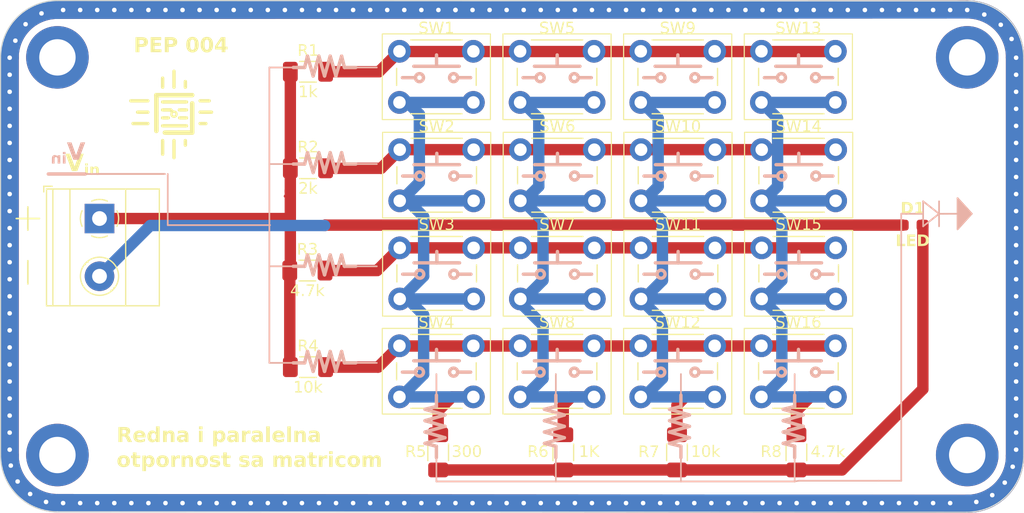
<source format=kicad_pcb>
(kicad_pcb (version 20240108) (generator "pcbnew") (generator_version "8.0")
  (layers (0 "F.Cu" signal) (31 "B.Cu" signal) (34 "B.Paste" user) (35 "F.Paste" user) (36 "B.SilkS" user "B.Silkscreen") (37 "F.SilkS" user "F.Silkscreen") (38 "B.Mask" user) (39 "F.Mask" user) (44 "Edge.Cuts" user))
  (net 0 "")
  (net 1 "0")
  (net 2 "9V")
  (footprint "PEP_library:SW_PUSH_6mm_H4.3mm" (layer "F.Cu") (at 163.565 67.805)
    (property "Reference" "SW9" (at -0.02 -4.34 0) (layer "F.SilkS") (effects (font (thickness 0.125))))
    (property "Value" "SW_Push")
    (pad "1" thru_hole circle (at -3.27 -2.34 90) (size 2 2) (drill 1.1) (layers "*.Cu" "*.Mask"))
    (pad "1" thru_hole circle (at 3.23 -2.34 90) (size 2 2) (drill 1.1) (layers "*.Cu" "*.Mask"))
    (pad "2" thru_hole circle (at -3.27 2.16 90) (size 2 2) (drill 1.1) (layers "*.Cu" "*.Mask"))
    (pad "2" thru_hole circle (at 3.23 2.16 90) (size 2 2) (drill 1.1) (layers "*.Cu" "*.Mask"))
  )
  (footprint "PEP_library:R_smd" (layer "F.Cu") (at 130.98 84.765)
    (property "Reference" "R3" (at 0 -1.82 0) (layer "F.SilkS"))
    (property "Value" "4.7k" (at 0 1.82 0) (layer "F.SilkS"))
    (pad "1" smd roundrect (at -1.55 0) (size 1.3 1.75) (layers "F.Cu" "F.Paste" "F.Mask") (roundrect_rratio 0.192308) (net 2 "9V"))
    (pad "2" smd roundrect (at 1.55 0) (size 1.3 1.75) (layers "F.Cu" "F.Paste" "F.Mask") (roundrect_rratio 0.192308))
  )
  (footprint "PEP_library:R_silk_symbol" (layer "F.Cu") (at 152.825 103.4775 180)
    (property "Reference" "REF**" (hide yes))
    (property "Value" "R_silk_symbol")
  )
  (footprint "PEP_library:SW_PUSH_6mm_H4.3mm" (layer "F.Cu") (at 163.59 76.465)
    (property "Reference" "SW10" (at -0.02 -4.34 0) (layer "F.SilkS") (effects (font (thickness 0.125))))
    (property "Value" "SW_Push")
    (pad "1" thru_hole circle (at -3.27 -2.34 90) (size 2 2) (drill 1.1) (layers "*.Cu" "*.Mask"))
    (pad "1" thru_hole circle (at 3.23 -2.34 90) (size 2 2) (drill 1.1) (layers "*.Cu" "*.Mask"))
    (pad "2" thru_hole circle (at -3.27 2.16 90) (size 2 2) (drill 1.1) (layers "*.Cu" "*.Mask"))
    (pad "2" thru_hole circle (at 3.23 2.16 90) (size 2 2) (drill 1.1) (layers "*.Cu" "*.Mask"))
  )
  (footprint "PEP_library:SW_PUSH_6mm_H4.3mm" (layer "F.Cu") (at 142.37 76.465)
    (property "Reference" "SW2" (at -0.02 -4.34 0) (layer "F.SilkS") (effects (font (thickness 0.125))))
    (property "Value" "SW_Push")
    (pad "1" thru_hole circle (at -3.27 -2.34 90) (size 2 2) (drill 1.1) (layers "*.Cu" "*.Mask"))
    (pad "1" thru_hole circle (at 3.23 -2.34 90) (size 2 2) (drill 1.1) (layers "*.Cu" "*.Mask"))
    (pad "2" thru_hole circle (at -3.27 2.16 90) (size 2 2) (drill 1.1) (layers "*.Cu" "*.Mask"))
    (pad "2" thru_hole circle (at 3.23 2.16 90) (size 2 2) (drill 1.1) (layers "*.Cu" "*.Mask"))
  )
  (footprint "PEP_library:SW_PUSH_6mm_H4.3mm" (layer "F.Cu") (at 152.955 67.805)
    (property "Reference" "SW5" (at -0.02 -4.34 0) (layer "F.SilkS") (effects (font (thickness 0.125))))
    (property "Value" "SW_Push")
    (pad "1" thru_hole circle (at -3.27 -2.34 90) (size 2 2) (drill 1.1) (layers "*.Cu" "*.Mask"))
    (pad "1" thru_hole circle (at 3.23 -2.34 90) (size 2 2) (drill 1.1) (layers "*.Cu" "*.Mask"))
    (pad "2" thru_hole circle (at -3.27 2.16 90) (size 2 2) (drill 1.1) (layers "*.Cu" "*.Mask"))
    (pad "2" thru_hole circle (at 3.23 2.16 90) (size 2 2) (drill 1.1) (layers "*.Cu" "*.Mask"))
  )
  (footprint "PEP_library:SW_PUSH_6mm_H4.3mm" (layer "F.Cu") (at 152.955 93.725)
    (property "Reference" "SW8" (at -0.02 -4.34 0) (layer "F.SilkS") (effects (font (thickness 0.125))))
    (property "Value" "SW_Push")
    (pad "1" thru_hole circle (at -3.27 -2.34 90) (size 2 2) (drill 1.1) (layers "*.Cu" "*.Mask"))
    (pad "1" thru_hole circle (at 3.23 -2.34 90) (size 2 2) (drill 1.1) (layers "*.Cu" "*.Mask"))
    (pad "2" thru_hole circle (at -3.27 2.16 90) (size 2 2) (drill 1.1) (layers "*.Cu" "*.Mask"))
    (pad "2" thru_hole circle (at 3.23 2.16 90) (size 2 2) (drill 1.1) (layers "*.Cu" "*.Mask"))
  )
  (footprint "PEP_library:R_silk_symbol" (layer "F.Cu") (at 127.4875 66.89 90)
    (property "Reference" "REF**" (hide yes))
    (property "Value" "R_silk_symbol")
  )
  (footprint "PEP_library:SW_PUSH_6mm_H4.3mm" (layer "F.Cu") (at 142.345 93.725)
    (property "Reference" "SW4" (at -0.02 -4.34 0) (layer "F.SilkS") (effects (font (thickness 0.125))))
    (property "Value" "SW_Push")
    (pad "1" thru_hole circle (at -3.27 -2.34 90) (size 2 2) (drill 1.1) (layers "*.Cu" "*.Mask"))
    (pad "1" thru_hole circle (at 3.23 -2.34 90) (size 2 2) (drill 1.1) (layers "*.Cu" "*.Mask"))
    (pad "2" thru_hole circle (at -3.27 2.16 90) (size 2 2) (drill 1.1) (layers "*.Cu" "*.Mask"))
    (pad "2" thru_hole circle (at 3.23 2.16 90) (size 2 2) (drill 1.1) (layers "*.Cu" "*.Mask"))
  )
  (footprint "PEP_library:SW_PUSH_6mm_H4.3mm" (layer "F.Cu") (at 152.98 85.105)
    (property "Reference" "SW7" (at -0.02 -4.34 0) (layer "F.SilkS") (effects (font (thickness 0.125))))
    (property "Value" "SW_Push")
    (pad "1" thru_hole circle (at -3.27 -2.34 90) (size 2 2) (drill 1.1) (layers "*.Cu" "*.Mask"))
    (pad "1" thru_hole circle (at 3.23 -2.34 90) (size 2 2) (drill 1.1) (layers "*.Cu" "*.Mask"))
    (pad "2" thru_hole circle (at -3.27 2.16 90) (size 2 2) (drill 1.1) (layers "*.Cu" "*.Mask"))
    (pad "2" thru_hole circle (at 3.23 2.16 90) (size 2 2) (drill 1.1) (layers "*.Cu" "*.Mask"))
  )
  (footprint "PEP_library:SW_PUSH_6mm_H4.3mm" (layer "F.Cu") (at 142.345 67.805)
    (property "Reference" "SW1" (at -0.02 -4.34 0) (layer "F.SilkS") (effects (font (thickness 0.125))))
    (property "Value" "SW_Push")
    (pad "1" thru_hole circle (at -3.27 -2.34 90) (size 2 2) (drill 1.1) (layers "*.Cu" "*.Mask"))
    (pad "1" thru_hole circle (at 3.23 -2.34 90) (size 2 2) (drill 1.1) (layers "*.Cu" "*.Mask"))
    (pad "2" thru_hole circle (at -3.27 2.16 90) (size 2 2) (drill 1.1) (layers "*.Cu" "*.Mask"))
    (pad "2" thru_hole circle (at 3.23 2.16 90) (size 2 2) (drill 1.1) (layers "*.Cu" "*.Mask"))
  )
  (footprint "PEP_library:SW_PUSH_6mm_H4.3mm" (layer "F.Cu") (at 152.98 76.465)
    (property "Reference" "SW6" (at -0.02 -4.34 0) (layer "F.SilkS") (effects (font (thickness 0.125))))
    (property "Value" "SW_Push")
    (pad "1" thru_hole circle (at -3.27 -2.34 90) (size 2 2) (drill 1.1) (layers "*.Cu" "*.Mask"))
    (pad "1" thru_hole circle (at 3.23 -2.34 90) (size 2 2) (drill 1.1) (layers "*.Cu" "*.Mask"))
    (pad "2" thru_hole circle (at -3.27 2.16 90) (size 2 2) (drill 1.1) (layers "*.Cu" "*.Mask"))
    (pad "2" thru_hole circle (at 3.23 2.16 90) (size 2 2) (drill 1.1) (layers "*.Cu" "*.Mask"))
  )
  (footprint "PEP_library:R_silk_symbol" (layer "F.Cu") (at 163.825 103.4775 180)
    (property "Reference" "REF**" (hide yes))
    (property "Value" "R_silk_symbol")
  )
  (footprint "PEP_library:SW_PUSH_6mm_H4.3mm" (layer "F.Cu") (at 142.37 85.105)
    (property "Reference" "SW3" (at -0.02 -4.34 0) (layer "F.SilkS") (effects (font (thickness 0.125))))
    (property "Value" "SW_Push")
    (pad "1" thru_hole circle (at -3.27 -2.34 90) (size 2 2) (drill 1.1) (layers "*.Cu" "*.Mask"))
    (pad "1" thru_hole circle (at 3.23 -2.34 90) (size 2 2) (drill 1.1) (layers "*.Cu" "*.Mask"))
    (pad "2" thru_hole circle (at -3.27 2.16 90) (size 2 2) (drill 1.1) (layers "*.Cu" "*.Mask"))
    (pad "2" thru_hole circle (at 3.23 2.16 90) (size 2 2) (drill 1.1) (layers "*.Cu" "*.Mask"))
  )
  (footprint "PEP_library:ele_petnica_logo" (layer "F.Cu") (at 119.25 71)
    (property "Reference" "REF**" (hide yes))
    (property "Value" "ele_petnica_logo" (hide yes))
  )
  (footprint "PEP_library:SW_PUSH_6mm_H4.3mm" (layer "F.Cu") (at 163.565 93.725)
    (property "Reference" "SW12" (at -0.02 -4.34 0) (layer "F.SilkS") (effects (font (thickness 0.125))))
    (property "Value" "SW_Push")
    (pad "1" thru_hole circle (at -3.27 -2.34 90) (size 2 2) (drill 1.1) (layers "*.Cu" "*.Mask"))
    (pad "1" thru_hole circle (at 3.23 -2.34 90) (size 2 2) (drill 1.1) (layers "*.Cu" "*.Mask"))
    (pad "2" thru_hole circle (at -3.27 2.16 90) (size 2 2) (drill 1.1) (layers "*.Cu" "*.Mask"))
    (pad "2" thru_hole circle (at 3.23 2.16 90) (size 2 2) (drill 1.1) (layers "*.Cu" "*.Mask"))
  )
  (footprint "PEP_library:R_smd" (layer "F.Cu") (at 163.48 100.765 90)
    (property "Reference" "R7" (at 0 -2.48 180) (layer "F.SilkS"))
    (property "Value" "10k" (at 0.015 2.52 180) (layer "F.SilkS"))
    (pad "1" smd roundrect (at -1.55 0 90) (size 1.3 1.75) (layers "F.Cu" "F.Paste" "F.Mask") (roundrect_rratio 0.192308))
    (pad "2" smd roundrect (at 1.55 0 90) (size 1.3 1.75) (layers "F.Cu" "F.Paste" "F.Mask") (roundrect_rratio 0.192308))
  )
  (footprint "PEP_library:R_silk_symbol" (layer "F.Cu") (at 173.825 103.4775 180)
    (property "Reference" "REF**" (hide yes))
    (property "Value" "R_silk_symbol")
  )
  (footprint "PEP_library:R_silk_symbol" (layer "F.Cu") (at 127.4875 92.89 90)
    (property "Reference" "REF**" (hide yes))
    (property "Value" "R_silk_symbol")
  )
  (footprint "PEP_library:R_smd" (layer "F.Cu") (at 131.03 67.265)
    (property "Reference" "R1" (at 0 -1.82 0) (layer "F.SilkS"))
    (property "Value" "1k" (at 0 1.82 0) (layer "F.SilkS"))
    (pad "1" smd roundrect (at -1.55 0) (size 1.3 1.75) (layers "F.Cu" "F.Paste" "F.Mask") (roundrect_rratio 0.192308) (net 2 "9V"))
    (pad "2" smd roundrect (at 1.55 0) (size 1.3 1.75) (layers "F.Cu" "F.Paste" "F.Mask") (roundrect_rratio 0.192308))
  )
  (footprint "MountingHole:MountingHole_3.2mm_M3_ISO14580_Pad_TopBottom" (layer "F.Cu") (at 109 66)
    (property "Reference" "H2" (hide yes))
    (property "Value" "MountingHole" (hide yes))
    (pad "1" thru_hole circle (at 0 0) (size 3.6 3.6) (drill 3.2) (layers "*.Cu" "*.Mask"))
    (pad "1" connect circle (at 0 0) (size 5.5 5.5) (layers "F.Cu" "F.Mask"))
    (pad "1" connect circle (at 0 0) (size 5.5 5.5) (layers "B.Cu" "B.Mask"))
  )
  (footprint "PEP_library:SW_PUSH_6mm_H4.3mm" (layer "F.Cu") (at 163.59 85.105)
    (property "Reference" "SW11" (at -0.02 -4.34 0) (layer "F.SilkS") (effects (font (thickness 0.125))))
    (property "Value" "SW_Push")
    (pad "1" thru_hole circle (at -3.27 -2.34 90) (size 2 2) (drill 1.1) (layers "*.Cu" "*.Mask"))
    (pad "1" thru_hole circle (at 3.23 -2.34 90) (size 2 2) (drill 1.1) (layers "*.Cu" "*.Mask"))
    (pad "2" thru_hole circle (at -3.27 2.16 90) (size 2 2) (drill 1.1) (layers "*.Cu" "*.Mask"))
    (pad "2" thru_hole circle (at 3.23 2.16 90) (size 2 2) (drill 1.1) (layers "*.Cu" "*.Mask"))
  )
  (footprint "PEP_library:R_smd" (layer "F.Cu") (at 142.48 100.765 90)
    (property "Reference" "R5" (at 0.015 -1.98 180) (layer "F.SilkS"))
    (property "Value" "300" (at 0.015 2.52 180) (layer "F.SilkS"))
    (pad "1" smd roundrect (at -1.55 0 90) (size 1.3 1.75) (layers "F.Cu" "F.Paste" "F.Mask") (roundrect_rratio 0.192308))
    (pad "2" smd roundrect (at 1.55 0 90) (size 1.3 1.75) (layers "F.Cu" "F.Paste" "F.Mask") (roundrect_rratio 0.192308))
  )
  (footprint "PEP_library:R_silk_symbol" (layer "F.Cu") (at 127.4875 84.39 90)
    (property "Reference" "REF**" (hide yes))
    (property "Value" "R_silk_symbol")
  )
  (footprint "PEP_library:R_smd" (layer "F.Cu") (at 153.48 100.765 90)
    (property "Reference" "R6" (at 0.015 -2.23 180) (layer "F.SilkS"))
    (property "Value" "1K" (at 0.015 2.27 180) (layer "F.SilkS"))
    (pad "1" smd roundrect (at -1.55 0 90) (size 1.3 1.75) (layers "F.Cu" "F.Paste" "F.Mask") (roundrect_rratio 0.192308))
    (pad "2" smd roundrect (at 1.55 0 90) (size 1.3 1.75) (layers "F.Cu" "F.Paste" "F.Mask") (roundrect_rratio 0.192308))
  )
  (footprint "PEP_library:R_smd" (layer "F.Cu") (at 173.98 100.765 90)
    (property "Reference" "R8" (at 0.015 -2.23 180) (layer "F.SilkS"))
    (property "Value" "4.7k" (at 0 2.77 180) (layer "F.SilkS"))
    (pad "1" smd roundrect (at -1.55 0 90) (size 1.3 1.75) (layers "F.Cu" "F.Paste" "F.Mask") (roundrect_rratio 0.192308))
    (pad "2" smd roundrect (at 1.55 0 90) (size 1.3 1.75) (layers "F.Cu" "F.Paste" "F.Mask") (roundrect_rratio 0.192308))
  )
  (footprint "PEP_library:R_silk_symbol" (layer "F.Cu") (at 127.4875 75.39 90)
    (property "Reference" "REF**" (hide yes))
    (property "Value" "R_silk_symbol")
  )
  (footprint "LED_SMD:LED_0603_1608Metric_Pad1.05x0.95mm_HandSolder" (layer "F.Cu") (at 184.2 80.765)
    (property "Reference" "D1" (at 0 -1.43 0) (layer "F.SilkS") (effects (font (thickness 0.2) (bold yes))))
    (property "Value" "LED" (at 0 1.43 0) (layer "F.SilkS") (effects (font (thickness 0.2) (bold yes))))
    (pad "1" smd roundrect (at -0.875 0) (size 1.05 0.95) (layers "F.Cu" "F.Paste" "F.Mask") (net 1 "0"))
    (pad "2" smd roundrect (at 0.875 0) (size 1.05 0.95) (layers "F.Cu" "F.Paste" "F.Mask"))
  )
  (footprint "PEP_library:SW_PUSH_6mm_H4.3mm" (layer "F.Cu") (at 174.2 76.465)
    (property "Reference" "SW14" (at -0.02 -4.34 0) (layer "F.SilkS") (effects (font (thickness 0.125))))
    (property "Value" "SW_Push")
    (pad "1" thru_hole circle (at -3.27 -2.34 90) (size 2 2) (drill 1.1) (layers "*.Cu" "*.Mask"))
    (pad "1" thru_hole circle (at 3.23 -2.34 90) (size 2 2) (drill 1.1) (layers "*.Cu" "*.Mask"))
    (pad "2" thru_hole circle (at -3.27 2.16 90) (size 2 2) (drill 1.1) (layers "*.Cu" "*.Mask"))
    (pad "2" thru_hole circle (at 3.23 2.16 90) (size 2 2) (drill 1.1) (layers "*.Cu" "*.Mask"))
  )
  (footprint "MountingHole:MountingHole_3.2mm_M3_ISO14580_Pad_TopBottom" (layer "F.Cu") (at 109 101 -90)
    (property "Reference" "H1" (hide yes))
    (property "Value" "MountingHole")
    (pad "1" thru_hole circle (at 0 0 270) (size 3.6 3.6) (drill 3.2) (layers "*.Cu" "*.Mask"))
    (pad "1" connect circle (at 0 0 270) (size 5.5 5.5) (layers "F.Cu" "F.Mask"))
    (pad "1" connect circle (at 0 0 270) (size 5.5 5.5) (layers "B.Cu" "B.Mask"))
  )
  (footprint "PEP_library:R_smd" (layer "F.Cu") (at 131.03 93.265)
    (property "Reference" "R4" (at 0 -1.82 0) (layer "F.SilkS"))
    (property "Value" "10k" (at 0 1.82 0) (layer "F.SilkS"))
    (pad "1" smd roundrect (at -1.55 0) (size 1.3 1.75) (layers "F.Cu" "F.Paste" "F.Mask") (roundrect_rratio 0.192308) (net 2 "9V"))
    (pad "2" smd roundrect (at 1.55 0) (size 1.3 1.75) (layers "F.Cu" "F.Paste" "F.Mask") (roundrect_rratio 0.192308))
  )
  (footprint "MountingHole:MountingHole_3.2mm_M3_ISO14580_Pad_TopBottom" (layer "F.Cu") (at 189 66)
    (property "Reference" "H3" (hide yes))
    (property "Value" "MountingHole" (hide yes))
    (pad "1" thru_hole circle (at 0 0) (size 3.6 3.6) (drill 3.2) (layers "*.Cu" "*.Mask"))
    (pad "1" connect circle (at 0 0) (size 5.5 5.5) (layers "F.Cu" "F.Mask"))
    (pad "1" connect circle (at 0 0) (size 5.5 5.5) (layers "B.Cu" "B.Mask"))
  )
  (footprint "PEP_library:SW_PUSH_6mm_H4.3mm" (layer "F.Cu") (at 174.175 67.805)
    (property "Reference" "SW13" (at -0.02 -4.34 0) (layer "F.SilkS") (effects (font (thickness 0.125))))
    (property "Value" "SW_Push")
    (pad "1" thru_hole circle (at -3.27 -2.34 90) (size 2 2) (drill 1.1) (layers "*.Cu" "*.Mask"))
    (pad "1" thru_hole circle (at 3.23 -2.34 90) (size 2 2) (drill 1.1) (layers "*.Cu" "*.Mask"))
    (pad "2" thru_hole circle (at -3.27 2.16 90) (size 2 2) (drill 1.1) (layers "*.Cu" "*.Mask"))
    (pad "2" thru_hole circle (at 3.23 2.16 90) (size 2 2) (drill 1.1) (layers "*.Cu" "*.Mask"))
  )
  (footprint "PEP_library:R_smd" (layer "F.Cu") (at 131.03 75.765)
    (property "Reference" "R2" (at 0 -1.82 0) (layer "F.SilkS"))
    (property "Value" "2k" (at 0 1.82 0) (layer "F.SilkS"))
    (pad "1" smd roundrect (at -1.55 0) (size 1.3 1.75) (layers "F.Cu" "F.Paste" "F.Mask") (roundrect_rratio 0.192308) (net 2 "9V"))
    (pad "2" smd roundrect (at 1.55 0) (size 1.3 1.75) (layers "F.Cu" "F.Paste" "F.Mask") (roundrect_rratio 0.192308))
  )
  (footprint "PEP_library:TerminalBlock_Phoenix_MKDS-1,5-2-5.08_1x02_P5.08mm_Horizontal" (layer "F.Cu") (at 112.7 80.185 -90)
    (property "Reference" "J1" (hide yes))
    (property "Value" "Screw_Terminal_01x02" (hide yes))
    (pad "1" thru_hole rect (at 0 0 270) (size 2.6 2.6) (drill 1.3) (layers "*.Cu" "*.Mask") (net 2 "9V"))
    (pad "2" thru_hole circle (at 5.08 0 270) (size 2.6 2.6) (drill 1.3) (layers "*.Cu" "*.Mask") (net 1 "0"))
  )
  (footprint "PEP_library:SW_PUSH_6mm_H4.3mm" (layer "F.Cu") (at 174.2 85.105)
    (property "Reference" "SW15" (at -0.02 -4.34 0) (layer "F.SilkS") (effects (font (thickness 0.125))))
    (property "Value" "SW_Push")
    (pad "1" thru_hole circle (at -3.27 -2.34 90) (size 2 2) (drill 1.1) (layers "*.Cu" "*.Mask"))
    (pad "1" thru_hole circle (at 3.23 -2.34 90) (size 2 2) (drill 1.1) (layers "*.Cu" "*.Mask"))
    (pad "2" thru_hole circle (at -3.27 2.16 90) (size 2 2) (drill 1.1) (layers "*.Cu" "*.Mask"))
    (pad "2" thru_hole circle (at 3.23 2.16 90) (size 2 2) (drill 1.1) (layers "*.Cu" "*.Mask"))
  )
  (footprint "MountingHole:MountingHole_3.2mm_M3_ISO14580_Pad_TopBottom" (layer "F.Cu") (at 189 101)
    (property "Reference" "H4" (hide yes))
    (property "Value" "MountingHole")
    (pad "1" thru_hole circle (at 0 0) (size 3.6 3.6) (drill 3.2) (layers "*.Cu" "*.Mask"))
    (pad "1" connect circle (at 0 0) (size 5.5 5.5) (layers "F.Cu" "F.Mask"))
    (pad "1" connect circle (at 0 0) (size 5.5 5.5) (layers "B.Cu" "B.Mask"))
  )
  (footprint "PEP_library:SW_PUSH_6mm_H4.3mm" (layer "F.Cu") (at 174.175 93.725)
    (property "Reference" "SW16" (at -0.02 -4.34 0) (layer "F.SilkS") (effects (font (thickness 0.125))))
    (property "Value" "SW_Push")
    (pad "1" thru_hole circle (at -3.27 -2.34 90) (size 2 2) (drill 1.1) (layers "*.Cu" "*.Mask"))
    (pad "1" thru_hole circle (at 3.23 -2.34 90) (size 2 2) (drill 1.1) (layers "*.Cu" "*.Mask"))
    (pad "2" thru_hole circle (at -3.27 2.16 90) (size 2 2) (drill 1.1) (layers "*.Cu" "*.Mask"))
    (pad "2" thru_hole circle (at 3.23 2.16 90) (size 2 2) (drill 1.1) (layers "*.Cu" "*.Mask"))
  )
  (footprint "PEP_library:R_silk_symbol" (layer "F.Cu") (at 142.325 103.4775 180)
    (property "Reference" "REF**" (hide yes))
    (property "Value" "R_silk_symbol")
  )
  (gr_line (start 109.01393 105.23) (end 189 105.293521) (stroke (width 1.6)) (layer "F.Cu"))
  (gr_line (start 193.2 101.079591) (end 193.2 66.03) (stroke (width 1.6)) (layer "F.Cu"))
  (gr_arc (start 188.98607 61.780409) (mid 191.964958 63.00559) (end 193.2 65.980409) (stroke (width 1.6)) (layer "F.Cu"))
  (gr_line (start 104.8 66.03) (end 104.8 101.03) (stroke (width 1.6)) (layer "F.Cu"))
  (gr_line (start 188.98607 61.780409) (end 109 61.81607) (stroke (width 1.6)) (layer "F.Cu"))
  (gr_arc (start 104.8 66.03) (mid 106.025226 63.051153) (end 109 61.81607) (stroke (width 1.6)) (layer "F.Cu"))
  (gr_arc (start 109.01393 105.23) (mid 106.035066 104.00479) (end 104.8 101.03) (stroke (width 1.6)) (layer "F.Cu"))
  (gr_arc (start 193.2 101.079591) (mid 191.974778 104.058442) (end 189 105.293521) (stroke (width 1.6)) (layer "F.Cu"))
  (gr_line (start 188.98607 61.780409) (end 109 61.81607) (stroke (width 1.6)) (layer "B.Cu"))
  (gr_arc (start 193.2 101.079591) (mid 191.974778 104.058442) (end 189 105.293521) (stroke (width 1.6)) (layer "B.Cu"))
  (gr_arc (start 104.8 66.03) (mid 106.025226 63.051153) (end 109 61.81607) (stroke (width 1.6)) (layer "B.Cu"))
  (gr_arc (start 109.01393 105.23) (mid 106.035066 104.00479) (end 104.8 101.03) (stroke (width 1.6)) (layer "B.Cu"))
  (gr_arc (start 188.98607 61.780409) (mid 191.964958 63.00559) (end 193.2 65.980409) (stroke (width 1.6)) (layer "B.Cu"))
  (gr_line (start 109.01393 105.23) (end 189 105.293521) (stroke (width 1.6)) (layer "B.Cu"))
  (gr_line (start 104.8 66.03) (end 104.8 101.03) (stroke (width 1.6)) (layer "B.Cu"))
  (gr_line (start 193.2 101.079591) (end 193.2 66.03) (stroke (width 1.6)) (layer "B.Cu"))
  (gr_line (start 173.825 103.3275) (end 174.2 103.265) (stroke (width 0.15)) (layer "B.SilkS"))
  (gr_line (start 186.523982 78.66862) (end 186.523982 80.86862) (stroke (width 0.15)) (layer "B.SilkS"))
  (gr_line (start 185.123982 80.86862) (end 186.523982 79.76862) (stroke (width 0.15)) (layer "B.SilkS"))
  (gr_line (start 111.45 76.265) (end 108.2 76.265) (stroke (width 0.3)) (layer "B.SilkS"))
  (gr_line (start 185.123982 79.76862) (end 183.611991 79.76681) (stroke (width 0.15)) (layer "B.SilkS"))
  (gr_line (start 183.2 103.265) (end 183.2 79.765) (stroke (width 0.15)) (layer "B.SilkS"))
  (gr_line (start 174.2 103.265) (end 181.2 103.265) (stroke (width 0.15)) (layer "B.SilkS"))
  (gr_line (start 188.148982 78.39) (end 189.398982 79.765) (stroke (width 0.15)) (layer "B.SilkS"))
  (gr_line (start 183.2 79.765) (end 183.7 79.765) (stroke (width 0.15)) (layer "B.SilkS"))
  (gr_line (start 183.611991 79.76681) (end 183.611991 79.76681) (stroke (width 0.15)) (layer "B.SilkS"))
  (gr_line (start 181.2 103.265) (end 183.2 103.265) (stroke (width 0.15)) (layer "B.SilkS"))
  (gr_line (start 118.45 76.265) (end 112.45 76.265) (stroke (width 0.15)) (layer "B.SilkS"))
  (gr_poly (pts (xy 188.148982 81.14) (xy 188.148982 78.39) (xy 189.398982 79.765)) (stroke (width 0.15)) (fill solid) (layer "B.SilkS"))
  (gr_line (start 186.523982 79.76862) (end 188.7 79.765) (stroke (width 0.15)) (layer "B.SilkS"))
  (gr_line (start 185.123982 78.66862) (end 185.123982 80.86862) (stroke (width 0.15)) (layer "B.SilkS"))
  (gr_line (start 127.6375 66.89) (end 127.6375 92.89) (stroke (width 0.15)) (layer "B.SilkS"))
  (gr_line (start 186.523982 79.76862) (end 185.123982 78.66862) (stroke (width 0.15)) (layer "B.SilkS"))
  (gr_line (start 118.7 80.765) (end 127.7 80.765) (stroke (width 0.15)) (layer "B.SilkS"))
  (gr_line (start 142.325 103.3275) (end 173.825 103.3275) (stroke (width 0.15)) (layer "B.SilkS"))
  (gr_line (start 108.95 76.265) (end 118.45 76.265) (stroke (width 0.15)) (layer "B.SilkS"))
  (gr_line (start 118.7 76.265) (end 118.7 80.765) (stroke (width 0.15)) (layer "B.SilkS"))
  (gr_line (start 193.964466 101.035534) (end 193.964464 66.035534) (stroke (width 0.1)) (layer "Edge.Cuts"))
  (gr_arc (start 104 66) (mid 105.464467 62.464467) (end 109 61) (stroke (width 0.1)) (layer "Edge.Cuts"))
  (gr_arc (start 188.964466 61.035534) (mid 192.5 62.5) (end 193.964464 66.035534) (stroke (width 0.1)) (layer "Edge.Cuts"))
  (gr_line (start 104 66) (end 104 101) (stroke (width 0.1)) (layer "Edge.Cuts"))
  (gr_arc (start 193.964466 101.035534) (mid 192.5 104.571068) (end 188.964466 106.035534) (stroke (width 0.1)) (layer "Edge.Cuts"))
  (gr_line (start 109 106) (end 188.964466 106.035534) (stroke (width 0.1)) (layer "Edge.Cuts"))
  (gr_arc (start 109 106) (mid 105.464467 104.535533) (end 104 101) (stroke (width 0.1)) (layer "Edge.Cuts"))
  (gr_line (start 188.964466 61.035534) (end 109 61) (stroke (width 0.1)) (layer "Edge.Cuts"))
  (gr_text "V_{in}\n" (at 111.45 75.265 0) (layer "B.SilkS") (effects (font (size 1.5 1.5) (thickness 0.3) (bold yes)) (justify left bottom mirror)))
  (gr_text "Redna i paralelna\notpornost sa matricom" (at 114.2 102.265 0) (layer "F.SilkS") (effects (font (size 1.3 1.3) (thickness 0.3) (bold yes)) (justify left bottom)))
  (gr_text "V_{in} \n" (at 109.7 76.265 0) (layer "F.SilkS") (effects (font (size 1.5 1.5) (thickness 0.3) (bold yes)) (justify left bottom)))
  (gr_text "PEP 004" (at 115.7 65.765 0) (layer "F.SilkS") (effects (font (size 1.3 1.3) (thickness 0.3) (bold yes)) (justify left bottom)))
  (segment (start 164.2 95.885) (end 163.48 96.605) (width 1) (layer "F.Cu") (net 0))
  (segment (start 132.53 84.765) (end 137.1 84.765) (width 1) (layer "F.Cu") (net 0))
  (segment (start 139.1 74.125) (end 145.6 74.125) (width 1) (layer "F.Cu") (net 0))
  (segment (start 145.6 74.125) (end 177.43 74.125) (width 1) (layer "F.Cu") (net 0))
  (segment (start 177.405 95.885) (end 175.2 95.885) (width 1) (layer "F.Cu") (net 0))
  (segment (start 173.98 97.105) (end 173.98 99.215) (width 1) (layer "F.Cu") (net 0))
  (segment (start 142.48 102.315) (end 173.98 102.315) (width 1) (layer "F.Cu") (net 0))
  (segment (start 137.275 67.265) (end 139.075 65.465) (width 1) (layer "F.Cu") (net 0))
  (segment (start 139.1 65.485) (end 177.43 65.485) (width 1) (layer "F.Cu") (net 0))
  (segment (start 156.185 95.885) (end 154.2 95.885) (width 1) (layer "F.Cu") (net 0))
  (segment (start 137.195 93.265) (end 139.075 91.385) (width 1) (layer "F.Cu") (net 0))
  (segment (start 163.48 96.605) (end 163.48 99.215) (width 1) (layer "F.Cu") (net 0))
  (segment (start 132.58 93.265) (end 137.195 93.265) (width 1) (layer "F.Cu") (net 0))
  (segment (start 154.2 95.885) (end 153.48 96.605) (width 1) (layer "F.Cu") (net 0))
  (segment (start 185.1 95.2) (end 185.1 80.79) (width 1) (layer "F.Cu") (net 0))
  (segment (start 137.46 75.765) (end 139.1 74.125) (width 1) (layer "F.Cu") (net 0))
  (segment (start 175.2 95.885) (end 173.98 97.105) (width 1) (layer "F.Cu") (net 0))
  (segment (start 139.1 91.405) (end 177.43 91.405) (width 1) (layer "F.Cu") (net 0))
  (segment (start 142.48 97.105) (end 142.48 99.215) (width 1) (layer "F.Cu") (net 0))
  (segment (start 132.58 75.765) (end 137.46 75.765) (width 1) (layer "F.Cu") (net 0))
  (segment (start 145.575 95.885) (end 143.7 95.885) (width 1) (layer "F.Cu") (net 0))
  (segment (start 153.48 96.605) (end 153.48 99.215) (width 1) (layer "F.Cu") (net 0))
  (segment (start 137.1 84.765) (end 139.1 82.765) (width 1) (layer "F.Cu") (net 0))
  (segment (start 177.985 102.315) (end 185.1 95.2) (width 1) (layer "F.Cu") (net 0))
  (segment (start 143.7 95.885) (end 142.48 97.105) (width 1) (layer "F.Cu") (net 0))
  (segment (start 173.98 102.315) (end 177.985 102.315) (width 1) (layer "F.Cu") (net 0))
  (segment (start 166.795 95.885) (end 164.2 95.885) (width 1) (layer "F.Cu") (net 0))
  (segment (start 185.1 80.79) (end 185.075 80.765) (width 1) (layer "F.Cu") (net 0))
  (segment (start 139.1 82.765) (end 177.43 82.765) (width 1) (layer "F.Cu") (net 0))
  (segment (start 132.58 67.265) (end 137.275 67.265) (width 1) (layer "F.Cu") (net 0))
  (via (at 189.8 105.13) (size 0.8) (drill 0.4) (layers "F.Cu" "B.Cu") (net 0))
  (via (at 184.5 61.83) (size 0.8) (drill 0.4) (layers "F.Cu" "B.Cu") (net 0))
  (via (at 171 105.23) (size 0.8) (drill 0.4) (layers "F.Cu" "B.Cu") (net 0))
  (via (at 193.3 70.53) (size 0.8) (drill 0.4) (layers "F.Cu" "B.Cu") (net 0))
  (via (at 104.8 72.03) (size 0.8) (drill 0.4) (layers "F.Cu" "B.Cu") (net 0))
  (via (at 156 61.83) (size 0.8) (drill 0.4) (layers "F.Cu" "B.Cu") (net 0))
  (via (at 193 102.03) (size 0.8) (drill 0.4) (layers "F.Cu" "B.Cu") (net 0))
  (via (at 104.8 70.53) (size 0.8) (drill 0.4) (layers "F.Cu" "B.Cu") (net 0))
  (via (at 138 105.23) (size 0.8) (drill 0.4) (layers "F.Cu" "B.Cu") (net 0))
  (via (at 132 105.23) (size 0.8) (drill 0.4) (layers "F.Cu" "B.Cu") (net 0))
  (via (at 139.5 105.23) (size 0.8) (drill 0.4) (layers "F.Cu" "B.Cu") (net 0))
  (via (at 193.3 99.03) (size 0.8) (drill 0.4) (layers "F.Cu" "B.Cu") (net 0))
  (via (at 169.5 105.23) (size 0.8) (drill 0.4) (layers "F.Cu" "B.Cu") (net 0))
  (via (at 193.3 79.53) (size 0.8) (drill 0.4) (layers "F.Cu" "B.Cu") (net 0))
  (via (at 171 61.83) (size 0.8) (drill 0.4) (layers "F.Cu" "B.Cu") (net 0))
  (via (at 157.5 61.83) (size 0.8) (drill 0.4) (layers "F.Cu" "B.Cu") (net 0))
  (via (at 104.8 94.53) (size 0.8) (drill 0.4) (layers "F.Cu" "B.Cu") (net 0))
  (via (at 104.8 85.53) (size 0.8) (drill 0.4) (layers "F.Cu" "B.Cu") (net 0))
  (via (at 193.3 78.03) (size 0.8) (drill 0.4) (layers "F.Cu" "B.Cu") (net 0))
  (via (at 193.3 87.03) (size 0.8) (drill 0.4) (layers "F.Cu" "B.Cu") (net 0))
  (via (at 104.8 84.03) (size 0.8) (drill 0.4) (layers "F.Cu" "B.Cu") (net 0))
  (via (at 150 61.83) (size 0.8) (drill 0.4) (layers "F.Cu" "B.Cu") (net 0))
  (via (at 160.5 105.23) (size 0.8) (drill 0.4) (layers "F.Cu" "B.Cu") (net 0))
  (via (at 193.3 97.53) (size 0.8) (drill 0.4) (layers "F.Cu" "B.Cu") (net 0))
  (via (at 148.5 105.23) (size 0.8) (drill 0.4) (layers "F.Cu" "B.Cu") (net 0))
  (via (at 174 61.83) (size 0.8) (drill 0.4) (layers "F.Cu" "B.Cu") (net 0))
  (via (at 136.5 61.83) (size 0.8) (drill 0.4) (layers "F.Cu" "B.Cu") (net 0))
  (via (at 104.8 81.03) (size 0.8) (drill 0.4) (layers "F.Cu" "B.Cu") (net 0))
  (via (at 163.5 61.83) (size 0.8) (drill 0.4) (layers "F.Cu" "B.Cu") (net 0))
  (via (at 112.5 105.23) (size 0.8) (drill 0.4) (layers "F.Cu" "B.Cu") (net 0))
  (via (at 178.5 105.23) (size 0.8) (drill 0.4) (layers "F.Cu" "B.Cu") (net 0))
  (via (at 151.5 61.83) (size 0.8) (drill 0.4) (layers "F.Cu" "B.Cu") (net 0))
  (via (at 145.5 61.83) (size 0.8) (drill 0.4) (layers "F.Cu" "B.Cu") (net 0))
  (via (at 109.5 105.23) (size 0.8) (drill 0.4) (layers "F.Cu" "B.Cu") (net 0))
  (via (at 126 105.23) (size 0.8) (drill 0.4) (layers "F.Cu" "B.Cu") (net 0))
  (via (at 109.5 61.83) (size 0.8) (drill 0.4) (layers "F.Cu" "B.Cu") (net 0))
  (via (at 133.5 105.23) (size 0.8) (drill 0.4) (layers "F.Cu" "B.Cu") (net 0))
  (via (at 177 105.23) (size 0.8) (drill 0.4) (layers "F.Cu" "B.Cu") (net 0))
  (via (at 187.5 105.23) (size 0.8) (drill 0.4) (layers "F.Cu" "B.Cu") (net 0))
  (via (at 153 61.83) (size 0.8) (drill 0.4) (layers "F.Cu" "B.Cu") (net 0))
  (via (at 104.8 67.53) (size 0.8) (drill 0.4) (layers "F.Cu" "B.Cu") (net 0))
  (via (at 112.5 61.83) (size 0.8) (drill 0.4) (layers "F.Cu" "B.Cu") (net 0))
  (via (at 168 105.23) (size 0.8) (drill 0.4) (layers "F.Cu" "B.Cu") (net 0))
  (via (at 135 61.83) (size 0.8) (drill 0.4) (layers "F.Cu" "B.Cu") (net 0))
  (via (at 118.5 105.23) (size 0.8) (drill 0.4) (layers "F.Cu" "B.Cu") (net 0))
  (via (at 153 105.23) (size 0.8) (drill 0.4) (layers "F.Cu" "B.Cu") (net 0))
  (via (at 144 61.83) (size 0.8) (drill 0.4) (layers "F.Cu" "B.Cu") (net 0))
  (via (at 104.8 66.03) (size 0.8) (drill 0.4) (layers "F.Cu" "B.Cu") (net 0))
  (via (at 177 61.83) (size 0.8) (drill 0.4) (layers "F.Cu" "B.Cu") (net 0))
  (via (at 193.3 93.03) (size 0.8) (drill 0.4) (layers "F.Cu" "B.Cu") (net 0))
  (via (at 193.3 100.53) (size 0.8) (drill 0.4) (layers "F.Cu" "B.Cu") (net 0))
  (via (at 104.8 96.03) (size 0.8) (drill 0.4) (layers "F.Cu" "B.Cu") (net 0))
  (via (at 118.5 61.83) (size 0.8) (drill 0.4) (layers "F.Cu" "B.Cu") (net 0))
  (via (at 141 61.83) (size 0.8) (drill 0.4) (layers "F.Cu" "B.Cu") (net 0))
  (via (at 186 61.83) (size 0.8) (drill 0.4) (layers "F.Cu" "B.Cu") (net 0))
  (via (at 104.8 87.03) (size 0.8) (drill 0.4) (layers "F.Cu" "B.Cu") (net 0))
  (via (at 193.3 75.03) (size 0.8) (drill 0.4) (layers "F.Cu" "B.Cu") (net 0))
  (via (at 183 61.83) (size 0.8) (drill 0.4) (layers "F.Cu" "B.Cu") (net 0))
  (via (at 180 61.83) (size 0.8) (drill 0.4) (layers "F.Cu" "B.Cu") (net 0))
  (via (at 162 105.23) (size 0.8) (drill 0.4) (layers "F.Cu" "B.Cu") (net 0))
  (via (at 193.3 91.53) (size 0.8) (drill 0.4) (layers "F.Cu" "B.Cu") (net 0))
  (via (at 175.5 105.23) (size 0.8) (drill 0.4) (layers "F.Cu" "B.Cu") (net 0))
  (via (at 184.5 105.23) (size 0.8) (drill 0.4) (layers "F.Cu" "B.Cu") (net 0))
  (via (at 111 105.23) (size 0.8) (drill 0.4) (layers "F.Cu" "B.Cu") (net 0))
  (via (at 111 61.83) (size 0.8) (drill 0.4) (layers "F.Cu" "B.Cu") (net 0))
  (via (at 162 61.83) (size 0.8) (drill 0.4) (layers "F.Cu" "B.Cu") (net 0))
  (via (at 148.5 61.83) (size 0.8) (drill 0.4) (layers "F.Cu" "B.Cu") (net 0))
  (via (at 104.8 79.53) (size 0.8) (drill 0.4) (layers "F.Cu" "B.Cu") (net 0))
  (via (at 180 105.23) (size 0.8) (drill 0.4) (layers "F.Cu" "B.Cu") (net 0))
  (via (at 166.5 61.83) (size 0.8) (drill 0.4) (layers "F.Cu" "B.Cu") (net 0))
  (via (at 135 105.23) (size 0.8) (drill 0.4) (layers "F.Cu" "B.Cu") (net 0))
  (via (at 150 105.23) (size 0.8) (drill 0.4) (layers "F.Cu" "B.Cu") (net 0))
  (via (at 105.3 64.53) (size 0.8) (drill 0.4) (layers "F.Cu" "B.Cu") (net 0))
  (via (at 172.5 105.23) (size 0.8) (drill 0.4) (layers "F.Cu" "B.Cu") (net 0))
  (via (at 104.8 93.03) (size 0.8) (drill 0.4) (layers "F.Cu" "B.Cu") (net 0))
  (via (at 104.8 88.53) (size 0.8) (drill 0.4) (layers "F.Cu" "B.Cu") (net 0))
  (via (at 147 105.23) (size 0.8) (drill 0.4) (layers "F.Cu" "B.Cu") (net 0))
  (via (at 130.5 61.83) (size 0.8) (drill 0.4) (layers "F.Cu" "B.Cu") (net 0))
  (via (at 104.8 78.03) (size 0.8) (drill 0.4) (layers "F.Cu" "B.Cu") (net 0))
  (via (at 193.3 66.03) (size 0.8) (drill 0.4) (layers "F.Cu" "B.Cu") (net 0))
  (via (at 106.2 63.08) (size 0.8) (drill 0.4) (layers "F.Cu" "B.Cu") (net 0))
  (via (at 139.5 61.83) (size 0.8) (drill 0.4) (layers "F.Cu" "B.Cu") (net 0))
  (via (at 160.5 61.83) (size 0.8) (drill 0.4) (layers "F.Cu" "B.Cu") (net 0))
  (via (at 183 105.23) (size 0.8) (drill 0.4) (layers "F.Cu" "B.Cu") (net 0))
  (via (at 169.5 61.83) (size 0.8) (drill 0.4) (layers "F.Cu" "B.Cu") (net 0))
  (via (at 104.8 82.53) (size 0.8) (drill 0.4) (layers "F.Cu" "B.Cu") (net 0))
  (via (at 181.5 61.83) (size 0.8) (drill 0.4) (layers "F.Cu" "B.Cu") (net 0))
  (via (at 114 61.83) (size 0.8) (drill 0.4) (layers "F.Cu" "B.Cu") (net 0))
  (via (at 142.5 105.23) (size 0.8) (drill 0.4) (layers "F.Cu" "B.Cu") (net 0))
  (via (at 191.2 104.53) (size 0.8) (drill 0.4) (layers "F.Cu" "B.Cu") (net 0))
  (via (at 154.5 61.83) (size 0.8) (drill 0.4) (layers "F.Cu" "B.Cu") (net 0))
  (via (at 121.5 105.23) (size 0.8) (drill 0.4) (layers "F.Cu" "B.Cu") (net 0))
  (via (at 187.5 61.83) (size 0.8) (drill 0.4) (layers "F.Cu" "B.Cu") (net 0))
  (via (at 123 61.83) (size 0.8) (drill 0.4) (layers "F.Cu" "B.Cu") (net 0))
  (via (at 165 61.83) (size 0.8) (drill 0.4) (layers "F.Cu" "B.Cu") (net 0))
  (via (at 104.9 101.93) (size 0.8) (drill 0.4) (layers "F.Cu" "B.Cu") (net 0))
  (via (at 193.3 81.03) (size 0.8) (drill 0.4) (layers "F.Cu" "B.Cu") (net 0))
  (via (at 151.5 105.23) (size 0.8) (drill 0.4) (layers "F.Cu" "B.Cu") (net 0))
  (via (at 157.5 105.23) (size 0.8) (drill 0.4) (layers "F.Cu" "B.Cu") (net 0))
  (via (at 159 61.83) (size 0.8) (drill 0.4) (layers "F.Cu" "B.Cu") (net 0))
  (via (at 104.8 90.03) (size 0.8) (drill 0.4) (layers "F.Cu" "B.Cu") (net 0))
  (via (at 104.8 75.03) (size 0.8) (drill 0.4) (layers "F.Cu" "B.Cu") (net 0))
  (via (at 123 105.23) (size 0.8) (drill 0.4) (layers "F.Cu" "B.Cu") (net 0))
  (via (at 126 61.83) (size 0.8) (drill 0.4) (layers "F.Cu" "B.Cu") (net 0))
  (via (at 127.5 61.83) (size 0.8) (drill 0.4) (layers "F.Cu" "B.Cu") (net 0))
  (via (at 130.5 105.23) (size 0.8) (drill 0.4) (layers "F.Cu" "B.Cu") (net 0))
  (via (at 105.5 103.33) (size 0.8) (drill 0.4) (layers "F.Cu" "B.Cu") (net 0))
  (via (at 106.6 104.43) (size 0.8) (drill 0.4) (layers "F.Cu" "B.Cu") (net 0))
  (via (at 136.5 105.23) (size 0.8) (drill 0.4) (layers "F.Cu" "B.Cu") (net 0))
  (via (at 144 61.83) (size 0.8) (drill 0.4) (layers "F.Cu" "B.Cu") (net 0))
  (via (at 193.3 67.53) (size 0.8) (drill 0.4) (layers "F.Cu" "B.Cu") (net 0))
  (via (at 193.3 84.03) (size 0.8) (drill 0.4) (layers "F.Cu" "B.Cu") (net 0))
  (via (at 175.5 61.83) (size 0.8) (drill 0.4) (layers "F.Cu" "B.Cu") (net 0))
  (via (at 124.5 105.23) (size 0.8) (drill 0.4) (layers "F.Cu" "B.Cu") (net 0))
  (via (at 120 105.23) (size 0.8) (drill 0.4) (layers "F.Cu" "B.Cu") (net 0))
  (via (at 145.5 105.23) (size 0.8) (drill 0.4) (layers "F.Cu" "B.Cu") (net 0))
  (via (at 191.95 63.13) (size 0.8) (drill 0.4) (layers "F.Cu" "B.Cu") (net 0))
  (via (at 166.5 105.23) (size 0.8) (drill 0.4) (layers "F.Cu" "B.Cu") (net 0))
  (via (at 172.5 61.83) (size 0.8) (drill 0.4) (layers "F.Cu" "B.Cu") (net 0))
  (via (at 154.5 105.23) (size 0.8) (drill 0.4) (layers "F.Cu" "B.Cu") (net 0))
  (via (at 193.3 72.03) (size 0.8) (drill 0.4) (layers "F.Cu" "B.Cu") (net 0))
  (via (at 104.8 91.53) (size 0.8) (drill 0.4) (layers "F.Cu" "B.Cu") (net 0))
  (via (at 144 105.23) (size 0.8) (drill 0.4) (layers "F.Cu" "B.Cu") (net 0))
  (via (at 104.8 100.53) (size 0.8) (drill 0.4) (layers "F.Cu" "B.Cu") (net 0))
  (via (at 114 105.23) (size 0.8) (drill 0.4) (layers "F.Cu" "B.Cu") (net 0))
  (via (at 124.5 61.83) (size 0.8) (drill 0.4) (layers "F.Cu" "B.Cu") (net 0))
  (via (at 129 61.83) (size 0.8) (drill 0.4) (layers "F.Cu" "B.Cu") (net 0))
  (via (at 121.5 61.83) (size 0.8) (drill 0.4) (layers "F.Cu" "B.Cu") (net 0))
  (via (at 193.3 88.53) (size 0.8) (drill 0.4) (layers "F.Cu" "B.Cu") (net 0))
  (via (at 192.3 103.43) (size 0.8) (drill 0.4) (layers "F.Cu" "B.Cu") (net 0))
  (via (at 190.5 62.23) (size 0.8) (drill 0.4) (layers "F.Cu" "B.Cu") (net 0))
  (via (at 108 105.13) (size 0.8) (drill 0.4) (layers "F.Cu" "B.Cu") (net 0))
  (via (at 178.5 61.83) (size 0.8) (drill 0.4) (layers "F.Cu" "B.Cu") (net 0))
  (via (at 163.5 105.23) (size 0.8) (drill 0.4) (layers "F.Cu" "B.Cu") (net 0))
  (via (at 129 105.23) (size 0.8) (drill 0.4) (layers "F.Cu" "B.Cu") (net 0))
  (via (at 138 61.83) (size 0.8) (drill 0.4) (layers "F.Cu" "B.Cu") (net 0))
  (via (at 104.8 69.03) (size 0.8) (drill 0.4) (layers "F.Cu" "B.Cu") (net 0))
  (via (at 193.3 69.03) (size 0.8) (drill 0.4) (layers "F.Cu" "B.Cu") (net 0))
  (via (at 165 105.23) (size 0.8) (drill 0.4) (layers "F.Cu" "B.Cu") (net 0))
  (via (at 104.8 99.03) (size 0.8) (drill 0.4) (layers "F.Cu" "B.Cu") (net 0))
  (via (at 133.5 61.83) (size 0.8) (drill 0.4) (layers "F.Cu" "B.Cu") (net 0))
  (via (at 104.8 76.53) (size 0.8) (drill 0.4) (layers "F.Cu" "B.Cu") (net 0))
  (via (at 181.5 105.23) (size 0.8) (drill 0.4) (layers "F.Cu" "B.Cu") (net 0))
  (via (at 193.3 82.53) (size 0.8) (drill 0.4) (layers "F.Cu" "B.Cu") (net 0))
  (via (at 192.9 64.38) (size 0.8) (drill 0.4) (layers "F.Cu" "B.Cu") (net 0))
  (via (at 193.3 73.53) (size 0.8) (drill 0.4) (layers "F.Cu" "B.Cu") (net 0))
  (via (at 115.5 105.23) (size 0.8) (drill 0.4) (layers "F.Cu" "B.Cu") (net 0))
  (via (at 104.8 73.53) (size 0.8) (drill 0.4) (layers "F.Cu" "B.Cu") (net 0))
  (via (at 104.8 97.53) (size 0.8) (drill 0.4) (layers "F.Cu" "B.Cu") (net 0))
  (via (at 193.3 90.03) (size 0.8) (drill 0.4) (layers "F.Cu" "B.Cu") (net 0))
  (via (at 174 105.23) (size 0.8) (drill 0.4) (layers "F.Cu" "B.Cu") (net 0))
  (via (at 168 61.83) (size 0.8) (drill 0.4) (layers "F.Cu" "B.Cu") (net 0))
  (via (at 186 105.23) (size 0.8) (drill 0.4) (layers "F.Cu" "B.Cu") (net 0))
  (via (at 117 105.23) (size 0.8) (drill 0.4) (layers "F.Cu" "B.Cu") (net 0))
  (via (at 141 105.23) (size 0.8) (drill 0.4) (layers "F.Cu" "B.Cu") (net 0))
  (via (at 159 105.23) (size 0.8) (drill 0.4) (layers "F.Cu" "B.Cu") (net 0))
  (via (at 193.3 76.53) (size 0.8) (drill 0.4) (layers "F.Cu" "B.Cu") (net 0))
  (via (at 193.3 94.53) (size 0.8) (drill 0.4) (layers "F.Cu" "B.Cu") (net 0))
  (via (at 189 61.83) (size 0.8) (drill 0.4) (layers "F.Cu" "B.Cu") (net 0))
  (via (at 117 61.83) (size 0.8) (drill 0.4) (layers "F.Cu" "B.Cu") (net 0))
  (via (at 127.5 105.23) (size 0.8) (drill 0.4) (layers "F.Cu" "B.Cu") (net 0))
  (via (at 115.5 61.83) (size 0.8) (drill 0.4) (layers "F.Cu" "B.Cu") (net 0))
  (via (at 156 105.23) (size 0.8) (drill 0.4) (layers "F.Cu" "B.Cu") (net 0))
  (via (at 142.5 61.83) (size 0.8) (drill 0.4) (layers "F.Cu" "B.Cu") (net 0))
  (via (at 132 61.83) (size 0.8) (drill 0.4) (layers "F.Cu" "B.Cu") (net 0))
  (via (at 193.3 85.53) (size 0.8) (drill 0.4) (layers "F.Cu" "B.Cu") (net 0))
  (via (at 107.6 62.13) (size 0.8) (drill 0.4) (layers "F.Cu" "B.Cu") (net 0))
  (via (at 147 61.83) (size 0.8) (drill 0.4) (layers "F.Cu" "B.Cu") (net 0))
  (via (at 120 61.83) (size 0.8) (drill 0.4) (layers "F.Cu" "B.Cu") (net 0))
  (via (at 193.3 96.03) (size 0.8) (drill 0.4) (layers "F.Cu" "B.Cu") (net 0))
  (segment (start 139.1 78.625) (end 145.6 78.625) (width 1) (layer "B.Cu") (net 0))
  (segment (start 141.2 85.265) (end 139.5 86.965) (width 1) (layer "B.Cu") (net 0))
  (segment (start 149.685 69.965) (end 156.185 69.965) (width 1) (layer "B.Cu") (net 0))
  (segment (start 170.93 87.265) (end 177.43 87.265) (width 1) (layer "B.Cu") (net 0))
  (segment (start 139.5 86.965) (end 141.2 88.665) (width 1) (layer "B.Cu") (net 0))
  (segment (start 140.375 94.585) (end 140.52 94.585) (width 0.25) (layer "B.Cu") (net 0))
  (segment (start 160.32 78.625) (end 166.82 78.625) (width 1) (layer "B.Cu") (net 0))
  (segment (start 149.71 78.625) (end 156.21 78.625) (width 1) (layer "B.Cu") (net 0))
  (segment (start 140.825 71.01) (end 140.825 77) (width 1) (layer "B.Cu") (net 0))
  (segment (start 161.825 71.37) (end 161.825 77.36) (width 1) (layer "B.Cu") (net 0))
  (segment (start 140.52 94.585) (end 139.5 95.605) (width 1) (layer "B.Cu") (net 0))
  (segment (start 140.825 77) (end 139.5 78.325) (width 1) (layer "B.Cu") (net 0))
  (segment (start 162.2 94.265) (end 160.5 95.965) (width 1) (layer "B.Cu") (net 0))
  (segment (start 150 78.685) (end 151.7 80.385) (width 1) (layer "B.Cu") (net 0))
  (segment (start 151.325 77.36) (end 150 78.685) (width 1) (layer "B.Cu") (net 0))
  (segment (start 150 87.325) (end 150 87.89) (width 1) (layer "B.Cu") (net 0))
  (segment (start 170.905 69.965) (end 177.405 69.965) (width 1) (layer "B.Cu") (net 0))
  (segment (start 139.075 95.885) (end 140.375 94.585) (width 0.25) (layer "B.Cu") (net 0))
  (segment (start 172.7 89.025) (end 172.7 94.265) (width 1) (layer "B.Cu") (net 0))
  (segment (start 160.5 78.685) (end 162.2 80.385) (width 1) (layer "B.Cu") (net 0))
  (segment (start 149.685 95.885) (end 156.185 95.885) (width 1) (layer "B.Cu") (net 0))
  (segment (start 139.5 69.685) (end 139.89 70.075) (width 1) (layer "B.Cu") (net 0))
  (segment (start 170.93 78.625) (end 177.43 78.625) (width 1) (layer "B.Cu") (net 0))
  (segment (start 151.325 71.37) (end 151.325 77.36) (width 1) (layer "B.Cu") (net 0))
  (segment (start 149.71 87.265) (end 156.21 87.265) (width 1) (layer "B.Cu") (net 0))
  (segment (start 139.075 95.885) (end 145.575 95.885) (width 1) (layer "B.Cu") (net 0))
  (segment (start 151.7 80.385) (end 151.7 85.625) (width 1) (layer "B.Cu") (net 0))
  (segment (start 139.075 69.965) (end 145.575 69.965) (width 1) (layer "B.Cu") (net 0))
  (segment (start 172.325 77.36) (end 171 78.685) (width 1) (layer "B.Cu") (net 0))
  (segment (start 171 87.325) (end 172.7 89.025) (width 1) (layer "B.Cu") (net 0))
  (segment (start 172.7 94.265) (end 171 95.965) (width 1) (layer "B.Cu") (net 0))
  (segment (start 139.075 69.965) (end 139.78 69.965) (width 0.25) (layer "B.Cu") (net 0))
  (segment (start 162.2 85.625) (end 160.5 87.325) (width 1) (layer "B.Cu") (net 0))
  (segment (start 139.1 87.265) (end 145.6 87.265) (width 1) (layer "B.Cu") (net 0))
  (segment (start 170.905 95.885) (end 177.405 95.885) (width 1) (layer "B.Cu") (net 0))
  (segment (start 141.2 80.025) (end 141.2 85.265) (width 1) (layer "B.Cu") (net 0))
  (segment (start 139.5 78.325) (end 141.2 80.025) (width 1) (layer "B.Cu") (net 0))
  (segment (start 151.7 89.59) (end 151.7 94.265) (width 1) (layer "B.Cu") (net 0))
  (segment (start 141.2 88.665) (end 141.2 93.905) (width 1) (layer "B.Cu") (net 0))
  (segment (start 171 70.045) (end 172.325 71.37) (width 1) (layer "B.Cu") (net 0))
  (segment (start 172.325 71.37) (end 172.325 77.36) (width 1) (layer "B.Cu") (net 0))
  (segment (start 160.5 87.5) (end 162.2 89.2) (width 1) (layer "B.Cu") (net 0))
  (segment (start 151.7 85.625) (end 150 87.325) (width 1) (layer "B.Cu") (net 0))
  (segment (start 160.295 95.885) (end 166.795 95.885) (width 1) (layer "B.Cu") (net 0))
  (segment (start 172.7 80.385) (end 172.7 85.625) (width 1) (layer "B.Cu") (net 0))
  (segment (start 160.295 69.965) (end 166.795 69.965) (width 1) (layer "B.Cu") (net 0))
  (segment (start 160.5 87.325) (end 160.5 87.5) (width 1) (layer "B.Cu") (net 0))
  (segment (start 172.7 85.625) (end 171 87.325) (width 1) (layer "B.Cu") (net 0))
  (segment (start 161.825 77.36) (end 160.5 78.685) (width 1) (layer "B.Cu") (net 0))
  (segment (start 139.78 69.965) (end 139.89 70.075) (width 0.25) (layer "B.Cu") (net 0))
  (segment (start 162.2 80.385) (end 162.2 85.625) (width 1) (layer "B.Cu") (net 0))
  (segment (start 160.32 87.265) (end 166.82 87.265) (width 1) (layer "B.Cu") (net 0))
  (segment (start 139.89 70.075) (end 140.825 71.01) (width 1) (layer "B.Cu") (net 0))
  (segment (start 171 78.685) (end 172.7 80.385) (width 1) (layer "B.Cu") (net 0))
  (segment (start 162.2 89.2) (end 162.2 94.265) (width 1) (layer "B.Cu") (net 0))
  (segment (start 160.5 70.045) (end 161.825 71.37) (width 1) (layer "B.Cu") (net 0))
  (segment (start 141.2 93.905) (end 140.52 94.585) (width 1) (layer "B.Cu") (net 0))
  (segment (start 151.7 94.265) (end 150 95.965) (width 1) (layer "B.Cu") (net 0))
  (segment (start 150 87.89) (end 151.7 89.59) (width 1) (layer "B.Cu") (net 0))
  (segment (start 150 70.045) (end 151.325 71.37) (width 1) (layer "B.Cu") (net 0))
  (segment (start 183.325 80.765) (end 132.535 80.765) (width 1) (layer "F.Cu") (net 1))
  (segment (start 132.535 80.765) (end 132.5 80.8) (width 1) (layer "F.Cu") (net 1))
  (segment (start 132.5 80.8) (end 117.165 80.8) (width 1) (layer "B.Cu") (net 1))
  (segment (start 117.165 80.8) (end 112.7 85.265) (width 1) (layer "B.Cu") (net 1))
  (segment (start 129.025 78.22) (end 129.48 77.765) (width 0.25) (layer "F.Cu") (net 2))
  (segment (start 129.48 80.265) (end 129.48 84.715) (width 1) (layer "F.Cu") (net 2))
  (segment (start 129.43 93.215) (end 129.48 93.265) (width 1) (layer "F.Cu") (net 2))
  (segment (start 129.4 80.185) (end 129.48 80.265) (width 0.25) (layer "F.Cu") (net 2))
  (segment (start 129.48 77.765) (end 129.48 80.265) (width 1) (layer "F.Cu") (net 2))
  (segment (start 129.48 75.765) (end 129.48 77.765) (width 1) (layer "F.Cu") (net 2))
  (segment (start 129.48 84.715) (end 129.43 84.765) (width 1) (layer "F.Cu") (net 2))
  (segment (start 129.43 84.765) (end 129.43 93.215) (width 1) (layer "F.Cu") (net 2))
  (segment (start 112.7 80.185) (end 129.4 80.185) (width 1) (layer "F.Cu") (net 2))
  (segment (start 129.48 67.265) (end 129.48 75.765) (width 1) (layer "F.Cu") (net 2))
)
</source>
